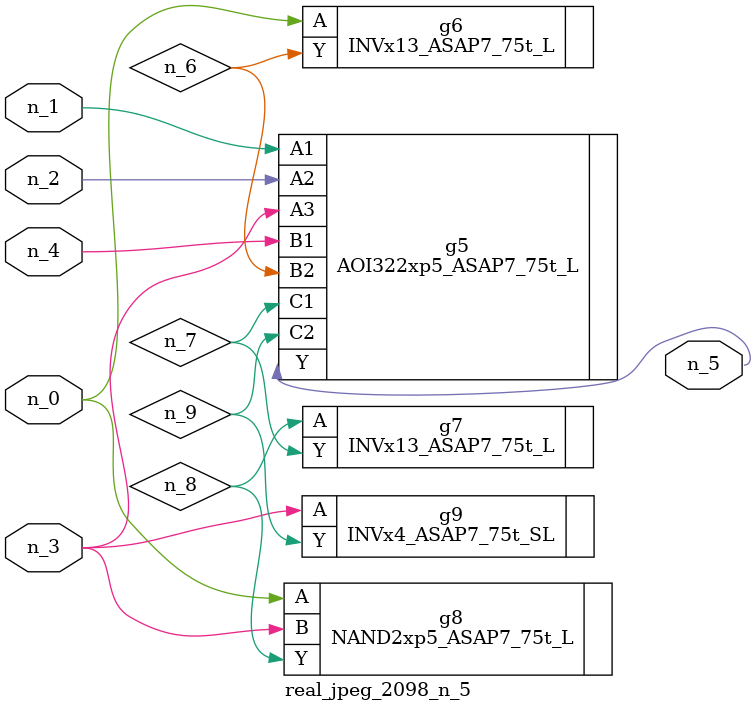
<source format=v>
module real_jpeg_2098_n_5 (n_4, n_0, n_1, n_2, n_3, n_5);

input n_4;
input n_0;
input n_1;
input n_2;
input n_3;

output n_5;

wire n_8;
wire n_6;
wire n_7;
wire n_9;

INVx13_ASAP7_75t_L g6 ( 
.A(n_0),
.Y(n_6)
);

NAND2xp5_ASAP7_75t_L g8 ( 
.A(n_0),
.B(n_3),
.Y(n_8)
);

AOI322xp5_ASAP7_75t_L g5 ( 
.A1(n_1),
.A2(n_2),
.A3(n_3),
.B1(n_4),
.B2(n_6),
.C1(n_7),
.C2(n_9),
.Y(n_5)
);

INVx4_ASAP7_75t_SL g9 ( 
.A(n_3),
.Y(n_9)
);

INVx13_ASAP7_75t_L g7 ( 
.A(n_8),
.Y(n_7)
);


endmodule
</source>
